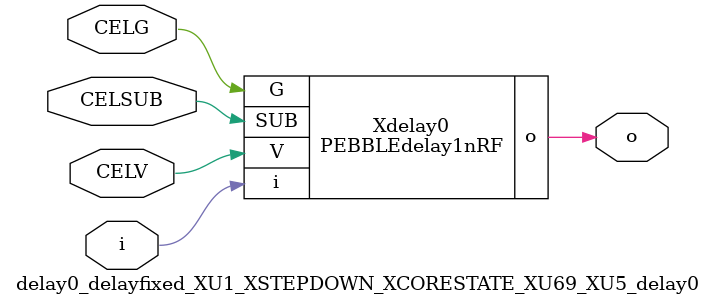
<source format=v>



module PEBBLEdelay1nRF ( o, V, G, i, SUB );

  input V;
  input i;
  input G;
  output o;
  input SUB;
endmodule

//Celera Confidential Do Not Copy delay0_delayfixed_XU1_XSTEPDOWN_XCORESTATE_XU69_XU5_delay0
//TYPE: fixed 1ns
module delay0_delayfixed_XU1_XSTEPDOWN_XCORESTATE_XU69_XU5_delay0 (i, CELV, o,
CELG,CELSUB);
input CELV;
input i;
output o;
input CELSUB;
input CELG;

//Celera Confidential Do Not Copy delayfast0
PEBBLEdelay1nRF Xdelay0(
.V (CELV),
.i (i),
.o (o),
.G (CELG),
.SUB (CELSUB)
);
//,diesize,PEBBLEdelay1nRF

//Celera Confidential Do Not Copy Module End
//Celera Schematic Generator
endmodule

</source>
